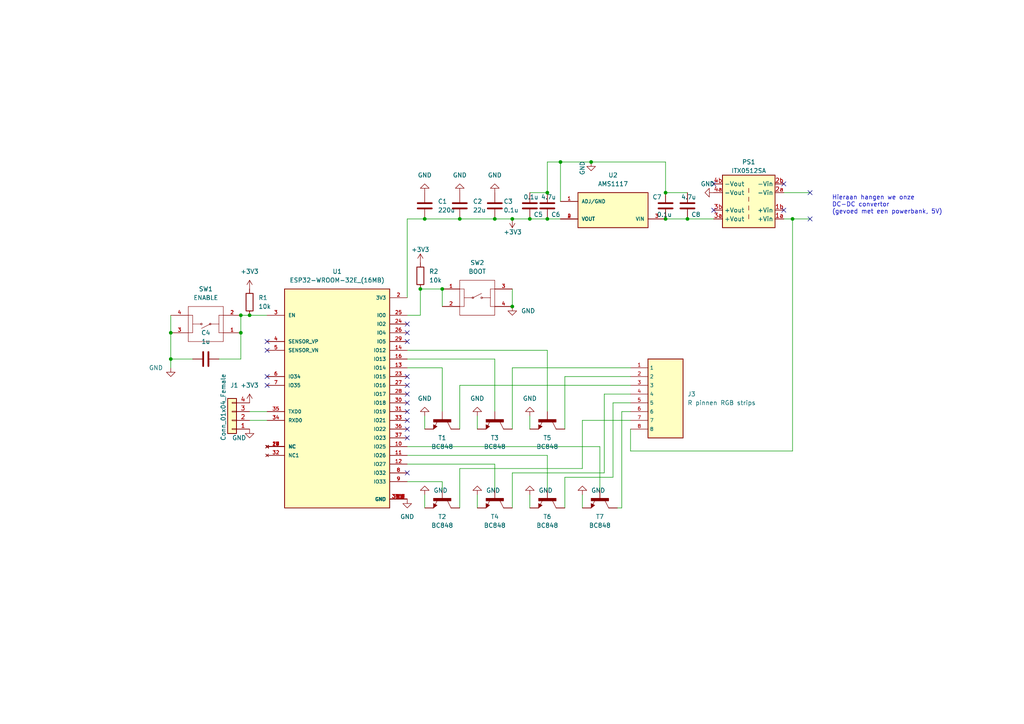
<source format=kicad_sch>
(kicad_sch (version 20211123) (generator eeschema)
  (paper "A4")
  (lib_symbols
    (symbol "1825910-6:1825910-6" (pin_names (offset 1.016) hide)
      (property "Reference" "SW" (at -5.08 5.842 0))
      (property "Value" "1825910-6" (at -5.08 -7.62 0))
      (symbol "1825910-6_0_0"
        (circle (center -1.27 0) (radius 0.254) (stroke (width 0.127)))
        (polyline (pts (xy -5.08 -5.08) (xy 5.08 -5.08)) (stroke (width 0.127)))
        (polyline (pts (xy -5.08 -2.54) (xy -5.08 -5.08)) (stroke (width 0.127)))
        (polyline (pts (xy -5.08 2.54) (xy -5.08 -2.54)) (stroke (width 0.127)))
        (polyline (pts (xy -5.08 2.54) (xy -3.81 2.54)) (stroke (width 0.127)))
        (polyline (pts (xy -5.08 5.08) (xy -5.08 2.54)) (stroke (width 0.127)))
        (polyline (pts (xy -5.08 5.08) (xy 5.08 5.08)) (stroke (width 0.127)))
        (polyline (pts (xy -3.81 -2.54) (xy -5.08 -2.54)) (stroke (width 0.127)))
        (polyline (pts (xy -3.81 0) (xy -3.81 -2.54)) (stroke (width 0.127)))
        (polyline (pts (xy -3.81 0) (xy -1.27 0)) (stroke (width 0.127)))
        (polyline (pts (xy -3.81 2.54) (xy -3.81 0)) (stroke (width 0.127)))
        (polyline (pts (xy -1.27 0) (xy 1.27 1.27)) (stroke (width 0.127)))
        (polyline (pts (xy 1.27 0) (xy 3.81 0)) (stroke (width 0.127)))
        (polyline (pts (xy 3.81 -2.54) (xy 5.08 -2.54)) (stroke (width 0.127)))
        (polyline (pts (xy 3.81 0) (xy 3.81 -2.54)) (stroke (width 0.127)))
        (polyline (pts (xy 3.81 0) (xy 3.81 2.54)) (stroke (width 0.127)))
        (polyline (pts (xy 3.81 2.54) (xy 5.08 2.54)) (stroke (width 0.127)))
        (polyline (pts (xy 5.08 -2.54) (xy 5.08 -5.08)) (stroke (width 0.127)))
        (polyline (pts (xy 5.08 2.54) (xy 5.08 -2.54)) (stroke (width 0.127)))
        (polyline (pts (xy 5.08 5.08) (xy 5.08 2.54)) (stroke (width 0.127)))
        (circle (center 1.27 0) (radius 0.254) (stroke (width 0.127)))
        (pin passive line (at -10.16 2.54 0) (length 5.08) (name "~") (number "1"))
        (pin passive line (at -10.16 -2.54 0) (length 5.08) (name "~") (number "2"))
        (pin passive line (at 10.16 2.54 180) (length 5.08) (name "~") (number "3"))
        (pin passive line (at 10.16 -2.54 180) (length 5.08) (name "~") (number "4"))
      )
    )
    (symbol "282841-5:8_pin_connector"
      (property "Reference" "U" (at -5.08 12.7 0))
      (property "Value" "8_pin_connector" (at 0 -13.97 0))
      (symbol "8_pin_connector_0_0"
        (pin passive line (at -10.16 8.89 0) (length 5.08) (name "1") (number "1"))
        (pin passive line (at -10.16 6.35 0) (length 5.08) (name "2") (number "2"))
        (pin passive line (at -10.16 3.81 0) (length 5.08) (name "3") (number "3"))
        (pin passive line (at -10.16 1.27 0) (length 5.08) (name "4") (number "4"))
        (pin passive line (at -10.16 -1.27 0) (length 5.08) (name "5") (number "5"))
        (pin passive line (at -10.16 -3.81 0) (length 5.08) (name "6") (number "6"))
        (pin passive line (at -10.16 -6.35 0) (length 5.08) (name "7") (number "7"))
        (pin passive line (at -10.16 -8.89 0) (length 5.08) (name "8") (number "8"))
      )
      (symbol "8_pin_connector_0_1"
        (rectangle (start -5.08 11.43) (end 5.08 -11.43))
        (rectangle (start -5.08 11.43) (end 5.08 -11.43) (fill (type background)))
        (polyline (pts (xy -5.08 11.43) (xy -5.08 -11.43) (xy 5.08 -11.43) (xy 5.08 11.43) (xy -5.08 11.43)) (stroke (width 0.254)))
      )
    )
    (symbol "AMS1117:AMS1117" (pin_names (offset 1.016))
      (property "Reference" "U" (at -10.16 5.588 0))
      (property "Value" "AMS1117" (at -10.16 -8.128 0))
      (symbol "AMS1117_0_0"
        (rectangle (start -10.16 -5.08) (end 10.16 5.08) (stroke (width 0.254)) (fill (type background)))
        (pin power_in line (at 15.24 -2.54 180) (length 5.08) (name "ADJ/GND") (number "1"))
        (pin output line (at 15.24 2.54 180) (length 5.08) (name "VOUT") (number "2"))
        (pin input line (at -15.24 2.54 0) (length 5.08) (name "VIN") (number "3"))
        (pin output line (at 15.24 2.54 180) (length 5.08) (name "VOUT") (number "4"))
      )
    )
    (symbol "BC848:BC848" (pin_numbers hide) (pin_names (offset 1.016) hide)
      (property "Reference" "T" (at -10.1854 7.6454 0))
      (property "Value" "BC848" (at -10.16 5.08 0))
      (symbol "BC848_0_0"
        (rectangle (start -0.254 -2.54) (end 0.508 2.54) (fill (type outline)))
        (polyline (pts (xy 1.27 -2.54) (xy 1.778 -1.524)) (stroke (width 0.1524)))
        (polyline (pts (xy 1.524 -2.413) (xy 2.286 -2.413)) (stroke (width 0.254)))
        (polyline (pts (xy 1.524 -2.286) (xy 1.905 -2.286)) (stroke (width 0.254)))
        (polyline (pts (xy 1.5494 -2.032) (xy 0.3048 -1.4224)) (stroke (width 0.1524)))
        (polyline (pts (xy 1.778 -1.778) (xy 1.524 -2.286)) (stroke (width 0.254)))
        (polyline (pts (xy 1.778 -1.524) (xy 2.54 -2.54)) (stroke (width 0.1524)))
        (polyline (pts (xy 1.905 -2.286) (xy 1.778 -2.032)) (stroke (width 0.254)))
        (polyline (pts (xy 2.286 -2.413) (xy 1.778 -1.778)) (stroke (width 0.254)))
        (polyline (pts (xy 2.54 -2.54) (xy 1.27 -2.54)) (stroke (width 0.1524)))
        (polyline (pts (xy 2.54 2.54) (xy 0.508 1.524)) (stroke (width 0.1524)))
        (pin passive line (at -2.54 0 0) (length 2.54) (name "~") (number "1"))
        (pin passive line (at 2.54 -5.08 90) (length 2.54) (name "~") (number "2"))
        (pin passive line (at 2.54 5.08 270) (length 2.54) (name "~") (number "3"))
      )
    )
    (symbol "Connector_Generic:Conn_01x04" (pin_names (offset 1.016) hide)
      (property "Reference" "J" (at 0 5.08 0))
      (property "Value" "Conn_01x04" (at 0 -7.62 0))
      (symbol "Conn_01x04_1_1"
        (rectangle (start -1.27 -4.953) (end 0 -5.207) (stroke (width 0.1524)))
        (rectangle (start -1.27 -2.413) (end 0 -2.667) (stroke (width 0.1524)))
        (rectangle (start -1.27 0.127) (end 0 -0.127) (stroke (width 0.1524)))
        (rectangle (start -1.27 2.667) (end 0 2.413) (stroke (width 0.1524)))
        (rectangle (start -1.27 3.81) (end 1.27 -6.35) (stroke (width 0.254)) (fill (type background)))
        (pin passive line (at -5.08 2.54 0) (length 3.81) (name "Pin_1") (number "1"))
        (pin passive line (at -5.08 0 0) (length 3.81) (name "Pin_2") (number "2"))
        (pin passive line (at -5.08 -2.54 0) (length 3.81) (name "Pin_3") (number "3"))
        (pin passive line (at -5.08 -5.08 0) (length 3.81) (name "Pin_4") (number "4"))
      )
    )
    (symbol "Converter_DCDC:ITX0512SA"
      (property "Reference" "PS1" (at 0 -11.43 0))
      (property "Value" "ITX0512SA" (at 0 -8.89 0))
      (symbol "ITX0512SA_0_0"
        (pin power_in line (at -10.16 5.08 0) (length 2.54) (name "+Vin") (number "1a"))
        (pin power_in line (at -10.16 2.54 0) (length 2.54) (name "+Vin") (number "1b"))
        (pin power_in line (at -10.16 -2.54 0) (length 2.54) (name "-Vin") (number "2a"))
        (pin power_in line (at -10.16 -5.08 0) (length 2.54) (name "-Vin") (number "2b"))
        (pin power_out line (at 10.16 5.08 180) (length 2.54) (name "+Vout") (number "3a"))
        (pin power_out line (at 10.16 2.54 180) (length 2.54) (name "+Vout") (number "3b"))
        (pin power_out line (at 10.16 -2.54 180) (length 2.54) (name "-Vout") (number "4a"))
        (pin power_out line (at 10.16 -5.08 180) (length 2.54) (name "-Vout") (number "4b"))
      )
      (symbol "ITX0512SA_0_1"
        (rectangle (start -7.62 7.62) (end 7.62 -7.62) (stroke (width 0.254)) (fill (type background)))
        (polyline (pts (xy 0 -2.54) (xy 0 -3.81)))
        (polyline (pts (xy 0 0) (xy 0 -1.27)))
        (polyline (pts (xy 0 2.54) (xy 0 1.27)))
        (polyline (pts (xy 0 5.08) (xy 0 3.81)))
      )
    )
    (symbol "Device:C" (pin_numbers hide) (pin_names (offset 0.254))
      (property "Reference" "C" (at 0.635 2.54 0))
      (property "Value" "C" (at 0.635 -2.54 0))
      (symbol "C_0_1"
        (polyline (pts (xy -2.032 -0.762) (xy 2.032 -0.762)) (stroke (width 0.508)))
        (polyline (pts (xy -2.032 0.762) (xy 2.032 0.762)) (stroke (width 0.508)))
      )
      (symbol "C_1_1"
        (pin passive line (at 0 3.81 270) (length 2.794) (name "~") (number "1"))
        (pin passive line (at 0 -3.81 90) (length 2.794) (name "~") (number "2"))
      )
    )
    (symbol "Device:R" (pin_numbers hide) (pin_names (offset 0))
      (property "Reference" "R" (at 2.032 0 90))
      (property "Value" "R" (at 0 0 90))
      (symbol "R_0_1"
        (rectangle (start -1.016 -2.54) (end 1.016 2.54) (stroke (width 0.254)))
      )
      (symbol "R_1_1"
        (pin passive line (at 0 3.81 270) (length 1.27) (name "~") (number "1"))
        (pin passive line (at 0 -3.81 90) (length 1.27) (name "~") (number "2"))
      )
    )
    (symbol "ESP32-WROOM-32E__16MB_:ESP32-WROOM-32E_(16MB)" (pin_names (offset 1.016))
      (property "Reference" "U" (at -15.24 33.909 0))
      (property "Value" "ESP32-WROOM-32E_(16MB)" (at -15.24 -33.02 0))
      (symbol "ESP32-WROOM-32E_(16MB)_0_0"
        (rectangle (start -15.24 -30.48) (end 15.24 33.02) (stroke (width 0.254)) (fill (type background)))
        (pin power_in line (at 20.32 -27.94 180) (length 5.08) (name "GND") (number "1"))
        (pin bidirectional line (at 20.32 -12.7 180) (length 5.08) (name "IO25") (number "10"))
        (pin bidirectional line (at 20.32 -15.24 180) (length 5.08) (name "IO26") (number "11"))
        (pin bidirectional line (at 20.32 -17.78 180) (length 5.08) (name "IO27") (number "12"))
        (pin bidirectional line (at 20.32 10.16 180) (length 5.08) (name "IO14") (number "13"))
        (pin bidirectional line (at 20.32 15.24 180) (length 5.08) (name "IO12") (number "14"))
        (pin power_in line (at 20.32 -27.94 180) (length 5.08) (name "GND") (number "15"))
        (pin bidirectional line (at 20.32 12.7 180) (length 5.08) (name "IO13") (number "16"))
        (pin no_connect line (at -20.32 -12.7 0) (length 5.08) (name "NC") (number "17"))
        (pin no_connect line (at -20.32 -12.7 0) (length 5.08) (name "NC") (number "18"))
        (pin no_connect line (at -20.32 -12.7 0) (length 5.08) (name "NC") (number "19"))
        (pin power_in line (at 20.32 30.48 180) (length 5.08) (name "3V3") (number "2"))
        (pin no_connect line (at -20.32 -12.7 0) (length 5.08) (name "NC") (number "20"))
        (pin no_connect line (at -20.32 -12.7 0) (length 5.08) (name "NC") (number "21"))
        (pin no_connect line (at -20.32 -12.7 0) (length 5.08) (name "NC") (number "22"))
        (pin bidirectional line (at 20.32 7.62 180) (length 5.08) (name "IO15") (number "23"))
        (pin bidirectional line (at 20.32 22.86 180) (length 5.08) (name "IO2") (number "24"))
        (pin bidirectional line (at 20.32 25.4 180) (length 5.08) (name "IO0") (number "25"))
        (pin bidirectional line (at 20.32 20.32 180) (length 5.08) (name "IO4") (number "26"))
        (pin bidirectional line (at 20.32 5.08 180) (length 5.08) (name "IO16") (number "27"))
        (pin bidirectional line (at 20.32 2.54 180) (length 5.08) (name "IO17") (number "28"))
        (pin bidirectional line (at 20.32 17.78 180) (length 5.08) (name "IO5") (number "29"))
        (pin input line (at -20.32 25.4 0) (length 5.08) (name "EN") (number "3"))
        (pin bidirectional line (at 20.32 0 180) (length 5.08) (name "IO18") (number "30"))
        (pin bidirectional line (at 20.32 -2.54 180) (length 5.08) (name "IO19") (number "31"))
        (pin no_connect line (at -20.32 -15.24 0) (length 5.08) (name "NC1") (number "32"))
        (pin bidirectional line (at 20.32 -5.08 180) (length 5.08) (name "IO21") (number "33"))
        (pin bidirectional line (at -20.32 -5.08 0) (length 5.08) (name "RXD0") (number "34"))
        (pin bidirectional line (at -20.32 -2.54 0) (length 5.08) (name "TXD0") (number "35"))
        (pin bidirectional line (at 20.32 -7.62 180) (length 5.08) (name "IO22") (number "36"))
        (pin bidirectional line (at 20.32 -10.16 180) (length 5.08) (name "IO23") (number "37"))
        (pin power_in line (at 20.32 -27.94 180) (length 5.08) (name "GND") (number "38"))
        (pin power_in line (at 20.32 -27.94 180) (length 5.08) (name "GND") (number "39_1"))
        (pin power_in line (at 20.32 -27.94 180) (length 5.08) (name "GND") (number "39_2"))
        (pin power_in line (at 20.32 -27.94 180) (length 5.08) (name "GND") (number "39_3"))
        (pin power_in line (at 20.32 -27.94 180) (length 5.08) (name "GND") (number "39_4"))
        (pin power_in line (at 20.32 -27.94 180) (length 5.08) (name "GND") (number "39_5"))
        (pin power_in line (at 20.32 -27.94 180) (length 5.08) (name "GND") (number "39_6"))
        (pin power_in line (at 20.32 -27.94 180) (length 5.08) (name "GND") (number "39_7"))
        (pin power_in line (at 20.32 -27.94 180) (length 5.08) (name "GND") (number "39_8"))
        (pin power_in line (at 20.32 -27.94 180) (length 5.08) (name "GND") (number "39_9"))
        (pin input line (at -20.32 17.78 0) (length 5.08) (name "SENSOR_VP") (number "4"))
        (pin input line (at -20.32 15.24 0) (length 5.08) (name "SENSOR_VN") (number "5"))
        (pin input line (at -20.32 7.62 0) (length 5.08) (name "IO34") (number "6"))
        (pin input line (at -20.32 5.08 0) (length 5.08) (name "IO35") (number "7"))
        (pin bidirectional line (at 20.32 -20.32 180) (length 5.08) (name "IO32") (number "8"))
        (pin bidirectional line (at 20.32 -22.86 180) (length 5.08) (name "IO33") (number "9"))
      )
    )
    (symbol "power:+3V3" (power) (pin_names (offset 0))
      (property "Value" "+3V3" (at 0 3.556 0))
      (symbol "+3V3_0_1"
        (polyline (pts (xy -0.762 1.27) (xy 0 2.54)))
        (polyline (pts (xy 0 0) (xy 0 2.54)))
        (polyline (pts (xy 0 2.54) (xy 0.762 1.27)))
      )
      (symbol "+3V3_1_1"
        (pin power_in line (at 0 0 90) (length 0) hide (name "+3V3") (number "1"))
      )
    )
    (symbol "power:GND" (power) (pin_names (offset 0))
      (property "Value" "GND" (at 0 -3.81 0))
      (symbol "GND_0_1"
        (polyline (pts (xy 0 0) (xy 0 -1.27) (xy 1.27 -1.27) (xy 0 -2.54) (xy -1.27 -1.27) (xy 0 -1.27)))
      )
      (symbol "GND_1_1"
        (pin power_in line (at 0 0 270) (length 0) hide (name "GND") (number "1"))
      )
    )
  )
  (junction (at 193.04 55.88))
  (junction (at 148.59 88.9))
  (junction (at 133.35 63.5))
  (junction (at 69.85 91.44))
  (junction (at 69.85 96.52))
  (junction (at 123.19 63.5))
  (junction (at 158.75 63.5))
  (junction (at 121.92 83.82))
  (junction (at 143.51 63.5))
  (junction (at 162.56 46.99))
  (junction (at 199.39 63.5))
  (junction (at 49.53 104.14))
  (junction (at 128.27 83.82))
  (junction (at 229.87 63.5))
  (junction (at 171.45 46.99))
  (junction (at 153.67 63.5))
  (junction (at 72.39 91.44))
  (junction (at 158.75 55.88))
  (junction (at 49.53 96.52))
  (junction (at 193.04 63.5))
  (junction (at 148.59 63.5))
  (no_connect (at 227.33 53.34))
  (no_connect (at 207.01 53.34))
  (no_connect (at 227.33 60.96))
  (no_connect (at 234.95 63.5))
  (no_connect (at 234.95 55.88))
  (no_connect (at 207.01 60.96))
  (no_connect (at 77.47 109.22))
  (no_connect (at 77.47 111.76))
  (no_connect (at 77.47 99.06))
  (no_connect (at 77.47 101.6))
  (no_connect (at 118.11 119.38))
  (no_connect (at 118.11 121.92))
  (no_connect (at 118.11 124.46))
  (no_connect (at 118.11 127))
  (no_connect (at 118.11 137.16))
  (no_connect (at 118.11 111.76))
  (no_connect (at 118.11 116.84))
  (no_connect (at 118.11 109.22))
  (no_connect (at 118.11 114.3))
  (no_connect (at 118.11 96.52))
  (no_connect (at 118.11 99.06))
  (no_connect (at 118.11 93.98))
  (wire (pts (xy 175.26 137.16) (xy 175.26 114.3)))
  (wire (pts (xy 118.11 91.44) (xy 121.92 91.44)))
  (wire (pts (xy 158.75 46.99) (xy 158.75 55.88)))
  (wire (pts (xy 148.59 137.16) (xy 175.26 137.16)))
  (wire (pts (xy 133.35 147.32) (xy 133.35 135.89)))
  (wire (pts (xy 199.39 63.5) (xy 193.04 63.5)))
  (wire (pts (xy 121.92 83.82) (xy 121.92 91.44)))
  (wire (pts (xy 49.53 104.14) (xy 49.53 106.68)))
  (wire (pts (xy 143.51 134.62) (xy 143.51 142.24)))
  (wire (pts (xy 133.35 111.76) (xy 182.88 111.76)))
  (wire (pts (xy 49.53 96.52) (xy 49.53 91.44)))
  (wire (pts (xy 69.85 104.14) (xy 69.85 96.52)))
  (wire (pts (xy 162.56 46.99) (xy 162.56 58.42)))
  (wire (pts (xy 123.19 63.5) (xy 133.35 63.5)))
  (wire (pts (xy 148.59 63.5) (xy 153.67 63.5)))
  (wire (pts (xy 128.27 139.7) (xy 128.27 142.24)))
  (wire (pts (xy 153.67 120.65) (xy 153.67 124.46)))
  (wire (pts (xy 121.92 83.82) (xy 128.27 83.82)))
  (wire (pts (xy 229.87 63.5) (xy 234.95 63.5)))
  (wire (pts (xy 138.43 120.65) (xy 138.43 124.46)))
  (wire (pts (xy 180.34 119.38) (xy 182.88 119.38)))
  (wire (pts (xy 148.59 63.5) (xy 143.51 63.5)))
  (wire (pts (xy 128.27 83.82) (xy 128.27 88.9)))
  (wire (pts (xy 72.39 119.38) (xy 77.47 119.38)))
  (wire (pts (xy 148.59 147.32) (xy 148.59 137.16)))
  (wire (pts (xy 118.11 106.68) (xy 128.27 106.68)))
  (wire (pts (xy 182.88 130.81) (xy 182.88 124.46)))
  (wire (pts (xy 173.99 129.54) (xy 173.99 142.24)))
  (wire (pts (xy 177.8 138.43) (xy 177.8 116.84)))
  (wire (pts (xy 227.33 55.88) (xy 234.95 55.88)))
  (wire (pts (xy 171.45 46.99) (xy 162.56 46.99)))
  (wire (pts (xy 158.75 101.6) (xy 158.75 119.38)))
  (wire (pts (xy 49.53 104.14) (xy 55.88 104.14)))
  (wire (pts (xy 163.83 109.22) (xy 182.88 109.22)))
  (wire (pts (xy 227.33 63.5) (xy 229.87 63.5)))
  (wire (pts (xy 153.67 143.51) (xy 153.67 147.32)))
  (wire (pts (xy 133.35 135.89) (xy 168.91 135.89)))
  (wire (pts (xy 118.11 104.14) (xy 143.51 104.14)))
  (wire (pts (xy 153.67 55.88) (xy 158.75 55.88)))
  (wire (pts (xy 128.27 106.68) (xy 128.27 119.38)))
  (wire (pts (xy 72.39 121.92) (xy 77.47 121.92)))
  (wire (pts (xy 118.11 101.6) (xy 158.75 101.6)))
  (wire (pts (xy 180.34 147.32) (xy 180.34 119.38)))
  (wire (pts (xy 168.91 143.51) (xy 168.91 147.32)))
  (wire (pts (xy 133.35 63.5) (xy 143.51 63.5)))
  (wire (pts (xy 118.11 139.7) (xy 128.27 139.7)))
  (wire (pts (xy 118.11 63.5) (xy 123.19 63.5)))
  (wire (pts (xy 168.91 135.89) (xy 168.91 121.92)))
  (wire (pts (xy 177.8 116.84) (xy 182.88 116.84)))
  (wire (pts (xy 118.11 63.5) (xy 118.11 86.36)))
  (wire (pts (xy 148.59 106.68) (xy 182.88 106.68)))
  (wire (pts (xy 168.91 121.92) (xy 182.88 121.92)))
  (wire (pts (xy 69.85 96.52) (xy 69.85 91.44)))
  (wire (pts (xy 138.43 143.51) (xy 138.43 147.32)))
  (wire (pts (xy 158.75 132.08) (xy 158.75 142.24)))
  (wire (pts (xy 163.83 147.32) (xy 163.83 138.43)))
  (wire (pts (xy 163.83 124.46) (xy 163.83 109.22)))
  (wire (pts (xy 193.04 55.88) (xy 193.04 46.99)))
  (wire (pts (xy 193.04 46.99) (xy 171.45 46.99)))
  (wire (pts (xy 229.87 130.81) (xy 182.88 130.81)))
  (wire (pts (xy 162.56 46.99) (xy 158.75 46.99)))
  (wire (pts (xy 158.75 63.5) (xy 162.56 63.5)))
  (wire (pts (xy 69.85 91.44) (xy 72.39 91.44)))
  (wire (pts (xy 163.83 138.43) (xy 177.8 138.43)))
  (wire (pts (xy 63.5 104.14) (xy 69.85 104.14)))
  (wire (pts (xy 148.59 124.46) (xy 148.59 106.68)))
  (wire (pts (xy 229.87 63.5) (xy 229.87 130.81)))
  (wire (pts (xy 118.11 134.62) (xy 143.51 134.62)))
  (wire (pts (xy 207.01 63.5) (xy 199.39 63.5)))
  (wire (pts (xy 143.51 104.14) (xy 143.51 119.38)))
  (wire (pts (xy 123.19 120.65) (xy 123.19 124.46)))
  (wire (pts (xy 118.11 132.08) (xy 158.75 132.08)))
  (wire (pts (xy 179.07 147.32) (xy 180.34 147.32)))
  (wire (pts (xy 123.19 143.51) (xy 123.19 147.32)))
  (wire (pts (xy 175.26 114.3) (xy 182.88 114.3)))
  (wire (pts (xy 148.59 83.82) (xy 148.59 88.9)))
  (wire (pts (xy 118.11 129.54) (xy 173.99 129.54)))
  (wire (pts (xy 133.35 124.46) (xy 133.35 111.76)))
  (wire (pts (xy 153.67 63.5) (xy 158.75 63.5)))
  (wire (pts (xy 49.53 96.52) (xy 49.53 104.14)))
  (wire (pts (xy 72.39 91.44) (xy 77.47 91.44)))
  (wire (pts (xy 193.04 55.88) (xy 199.39 55.88)))
  (text "Hieraan hangen we onze\nDC-DC convertor \n(gevoed met een powerbank, 5V)" (at 241.3 62.23 0) (effects (font (size 1.27 1.27)) (justify left bottom)))
  (symbol (lib_id "power:GND") (at 143.51 55.88 180) (unit 1)
    (property "Reference" "#PWR010" (effects hide))
    (property "Value" "GND" (at 143.51 50.8 0))
  )
  (symbol (lib_id "power:GND") (at 171.45 46.99 0) (unit 1)
    (property "Reference" "#PWR0105" (effects hide))
    (property "Value" "GND" (at 168.91 50.8 90) (effects (justify left)))
  )
  (symbol (lib_id "Device:R") (at 72.39 87.63 0) (unit 1)
    (property "Reference" "R1" (at 74.93 86.3599 0) (effects (justify left)))
    (property "Value" "10k" (at 74.93 88.8999 0) (effects (justify left)))
    (property "Footprint" "Resistor_SMD:R_0805_2012Metric" (effects hide))
  )
  (symbol (lib_id "power:+3V3") (at 72.39 116.84 0) (unit 1)
    (property "Reference" "#PWR0102" (effects hide))
    (property "Value" "+3V3" (at 72.39 111.76 0))
  )
  (symbol (lib_id "BC848:BC848") (at 128.27 121.92 270) (unit 1)
    (property "Reference" "T1" (at 128.27 127 90))
    (property "Value" "BC848" (at 128.27 129.54 90))
    (property "Footprint" "libraries:SOT23" (effects hide))
  )
  (symbol (lib_id "power:GND") (at 148.59 88.9 0) (unit 1)
    (property "Reference" "#PWR0101" (effects hide))
    (property "Value" "GND" (at 151.13 90.1699 0) (effects (justify left)))
  )
  (symbol (lib_id "282841-5:8_pin_connector") (at 193.04 115.57 0) (unit 1)
    (property "Reference" "J3" (at 199.39 114.2999 0) (effects (justify left)))
    (property "Value" "R pinnen RGB strips" (at 199.39 116.8399 0) (effects (justify left)))
    (property "Footprint" "libraries:TE_282841-8" (effects hide))
  )
  (symbol (lib_id "power:GND") (at 207.01 55.88 270) (unit 1)
    (property "Reference" "#PWR0109" (effects hide))
    (property "Value" "GND" (at 203.2 53.34 90) (effects (justify left)))
  )
  (symbol (lib_id "ESP32-WROOM-32E__16MB_:ESP32-WROOM-32E_(16MB)") (at 97.79 116.84 0) (unit 1)
    (property "Reference" "U1" (at 97.79 78.74 0))
    (property "Value" "ESP32-WROOM-32E_(16MB)" (at 97.79 81.28 0))
    (property "Footprint" "libraries:XCVR_ESP32-WROOM-32E_(16MB)" (effects hide))
    (property "PARTREV" "1.4" (effects hide))
    (property "STANDARD" "Manufacturer Recommendations" (effects hide))
    (property "MAXIMUM_PACKAGE_HEIGHT" "3.25mm" (effects hide))
    (property "MANUFACTURER" "Espressif Systems" (effects hide))
  )
  (symbol (lib_id "1825910-6:1825910-6") (at 138.43 86.36 0) (unit 1)
    (property "Reference" "SW2" (at 138.43 76.2 0))
    (property "Value" "BOOT" (at 138.43 78.74 0))
    (property "Footprint" "libraries:SW_1825910-6-4" (effects hide))
    (property "Comment" "1825910-6" (effects hide))
  )
  (symbol (lib_id "Device:C") (at 193.04 59.69 0) (unit 1)
    (property "Reference" "C7" (at 189.23 57.15 0) (effects (justify left)))
    (property "Value" "0.1u" (at 190.5 62.23 0) (effects (justify left)))
    (property "Footprint" "Capacitor_SMD:C_0805_2012Metric" (effects hide))
  )
  (symbol (lib_id "BC848:BC848") (at 158.75 144.78 270) (unit 1)
    (property "Reference" "T6" (at 158.75 149.86 90))
    (property "Value" "BC848" (at 158.75 152.4 90))
    (property "Footprint" "libraries:SOT23" (effects hide))
  )
  (symbol (lib_id "power:+3V3") (at 121.92 76.2 0) (unit 1)
    (property "Reference" "#PWR0106" (effects hide))
    (property "Value" "+3V3" (at 121.92 72.39 0))
  )
  (symbol (lib_id "Connector_Generic:Conn_01x04") (at 67.31 121.92 180) (unit 1)
    (property "Reference" "J1" (at 67.945 111.76 0))
    (property "Value" "Conn_01x04_Female" (at 64.77 118.11 90))
    (property "Footprint" "Connector_PinHeader_2.54mm:PinHeader_1x04_P2.54mm_Vertical" (effects hide))
  )
  (symbol (lib_id "Device:C") (at 133.35 59.69 180) (unit 1)
    (property "Reference" "C2" (at 137.16 58.4199 0) (effects (justify right)))
    (property "Value" "22u" (at 137.16 60.9599 0) (effects (justify right)))
    (property "Footprint" "Capacitor_SMD:C_0805_2012Metric" (effects hide))
  )
  (symbol (lib_id "power:GND") (at 168.91 143.51 180) (unit 1)
    (property "Reference" "#PWR014" (effects hide))
    (property "Value" "GND" (at 171.45 142.2399 0) (effects (justify right)))
  )
  (symbol (lib_id "AMS1117:AMS1117") (at 177.8 60.96 180) (unit 1)
    (property "Reference" "U2" (at 177.8 50.8 0))
    (property "Value" "AMS1117" (at 177.8 53.34 0))
    (property "Footprint" "libraries:SOT229P700X180-4N" (effects hide))
    (property "MANUFACTURER" "AMS" (effects hide))
    (property "MAXIMUM_PACKAGE_HEIGHT" "1.8mm" (effects hide))
    (property "PARTREV" "N/A" (effects hide))
    (property "STANDARD" "IPC-7351B" (effects hide))
  )
  (symbol (lib_id "power:GND") (at 72.39 124.46 0) (unit 1)
    (property "Reference" "#PWR0103" (effects hide))
    (property "Value" "GND" (at 67.31 127 0) (effects (justify left)))
  )
  (symbol (lib_id "power:+3V3") (at 72.39 83.82 0) (unit 1)
    (property "Reference" "#PWR0107" (effects hide))
    (property "Value" "+3V3" (at 72.39 78.74 0))
  )
  (symbol (lib_id "power:GND") (at 153.67 120.65 180) (unit 1)
    (property "Reference" "#PWR011" (effects hide))
    (property "Value" "GND" (at 153.67 115.57 0))
  )
  (symbol (lib_id "power:GND") (at 138.43 120.65 180) (unit 1)
    (property "Reference" "#PWR08" (effects hide))
    (property "Value" "GND" (at 138.43 115.57 0))
  )
  (symbol (lib_id "Device:C") (at 158.75 59.69 180) (unit 1)
    (property "Reference" "C6" (at 162.56 62.23 0) (effects (justify left)))
    (property "Value" "4.7u" (at 161.29 57.15 0) (effects (justify left)))
    (property "Footprint" "Capacitor_SMD:C_0805_2012Metric" (effects hide))
  )
  (symbol (lib_id "power:GND") (at 123.19 143.51 180) (unit 1)
    (property "Reference" "#PWR05" (effects hide))
    (property "Value" "GND" (at 125.73 142.2399 0) (effects (justify right)))
  )
  (symbol (lib_id "power:GND") (at 118.11 144.78 0) (unit 1)
    (property "Reference" "#PWR02" (effects hide))
    (property "Value" "GND" (at 118.11 149.86 0))
  )
  (symbol (lib_id "BC848:BC848") (at 143.51 144.78 270) (unit 1)
    (property "Reference" "T4" (at 143.51 149.86 90))
    (property "Value" "BC848" (at 143.51 152.4 90))
    (property "Footprint" "libraries:SOT23" (effects hide))
  )
  (symbol (lib_id "Device:C") (at 199.39 59.69 180) (unit 1)
    (property "Reference" "C8" (at 203.2 62.23 0) (effects (justify left)))
    (property "Value" "4.7u" (at 201.93 57.15 0) (effects (justify left)))
    (property "Footprint" "Capacitor_SMD:C_0805_2012Metric" (effects hide))
  )
  (symbol (lib_id "power:GND") (at 133.35 55.88 180) (unit 1)
    (property "Reference" "#PWR07" (effects hide))
    (property "Value" "GND" (at 133.35 50.8 0))
  )
  (symbol (lib_id "power:+3V3") (at 148.59 63.5 180) (unit 1)
    (property "Reference" "#PWR0104" (effects hide))
    (property "Value" "+3V3" (at 146.05 67.31 0) (effects (justify right)))
  )
  (symbol (lib_id "BC848:BC848") (at 158.75 121.92 270) (unit 1)
    (property "Reference" "T5" (at 158.75 127 90))
    (property "Value" "BC848" (at 158.75 129.54 90))
    (property "Footprint" "libraries:SOT23" (effects hide))
  )
  (symbol (lib_id "BC848:BC848") (at 173.99 144.78 270) (unit 1)
    (property "Reference" "T7" (at 173.99 149.86 90))
    (property "Value" "BC848" (at 173.99 152.4 90))
    (property "Footprint" "libraries:SOT23" (effects hide))
  )
  (symbol (lib_id "Device:C") (at 143.51 59.69 180) (unit 1)
    (property "Reference" "C3" (at 146.05 58.42 0) (effects (justify right)))
    (property "Value" "0.1u" (at 146.05 60.96 0) (effects (justify right)))
    (property "Footprint" "Capacitor_SMD:C_0805_2012Metric" (effects hide))
  )
  (symbol (lib_id "Device:R") (at 121.92 80.01 0) (unit 1)
    (property "Reference" "R2" (at 124.46 78.7399 0) (effects (justify left)))
    (property "Value" "10k" (at 124.46 81.2799 0) (effects (justify left)))
    (property "Footprint" "Resistor_SMD:R_0805_2012Metric" (effects hide))
  )
  (symbol (lib_id "BC848:BC848") (at 128.27 144.78 270) (unit 1)
    (property "Reference" "T2" (at 128.27 149.86 90))
    (property "Value" "BC848" (at 128.27 152.4 90))
    (property "Footprint" "libraries:SOT23" (effects hide))
  )
  (symbol (lib_id "Device:C") (at 123.19 59.69 180) (unit 1)
    (property "Reference" "C1" (at 127 58.4199 0) (effects (justify right)))
    (property "Value" "220u" (at 127 60.9599 0) (effects (justify right)))
    (property "Footprint" "Capacitor_SMD:C_0805_2012Metric" (effects hide))
  )
  (symbol (lib_id "power:GND") (at 123.19 120.65 180) (unit 1)
    (property "Reference" "#PWR04" (effects hide))
    (property "Value" "GND" (at 123.19 115.57 0))
  )
  (symbol (lib_id "BC848:BC848") (at 143.51 121.92 270) (unit 1)
    (property "Reference" "T3" (at 143.51 127 90))
    (property "Value" "BC848" (at 143.51 129.54 90))
    (property "Footprint" "libraries:SOT23" (effects hide))
  )
  (symbol (lib_id "power:GND") (at 153.67 143.51 180) (unit 1)
    (property "Reference" "#PWR012" (effects hide))
    (property "Value" "GND" (at 156.21 142.2399 0) (effects (justify right)))
  )
  (symbol (lib_id "Converter_DCDC:ITX0512SA") (at 217.17 58.42 180) (unit 1)
    (property "Reference" "PS1" (at 217.17 46.99 0))
    (property "Value" "ITX0512SA" (at 217.17 49.53 0))
    (property "Footprint" "libraries:Buck Converter" (effects hide))
  )
  (symbol (lib_id "power:GND") (at 49.53 106.68 0) (unit 1)
    (property "Reference" "#PWR0108" (effects hide))
    (property "Value" "GND" (at 43.18 106.68 0) (effects (justify left)))
  )
  (symbol (lib_id "power:GND") (at 123.19 55.88 180) (unit 1)
    (property "Reference" "#PWR03" (effects hide))
    (property "Value" "GND" (at 123.19 50.8 0))
  )
  (symbol (lib_id "power:GND") (at 138.43 143.51 180) (unit 1)
    (property "Reference" "#PWR09" (effects hide))
    (property "Value" "GND" (at 140.97 142.2399 0) (effects (justify right)))
  )
  (symbol (lib_id "Device:C") (at 153.67 59.69 180) (unit 1)
    (property "Reference" "C5" (at 157.48 62.23 0) (effects (justify left)))
    (property "Value" "0.1u" (at 156.21 57.15 0) (effects (justify left)))
    (property "Footprint" "Capacitor_SMD:C_0805_2012Metric" (effects hide))
  )
  (symbol (lib_id "Device:C") (at 59.69 104.14 90) (unit 1)
    (property "Reference" "C4" (at 59.69 96.52 90))
    (property "Value" "1u" (at 59.69 99.06 90))
    (property "Footprint" "Capacitor_SMD:C_0805_2012Metric" (effects hide))
  )
  (symbol (lib_id "1825910-6:1825910-6") (at 59.69 93.98 180) (unit 1)
    (property "Reference" "SW1" (at 59.69 83.82 0))
    (property "Value" "ENABLE" (at 59.69 86.36 0))
    (property "Footprint" "libraries:SW_1825910-6-4" (effects hide))
    (property "Comment" "1825910-6" (effects hide))
  )
)
</source>
